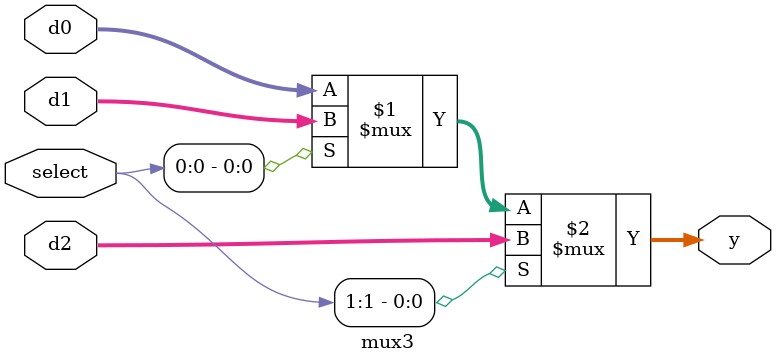
<source format=sv>
module mux3 #(parameter N = 32)(
    input   logic [1:0] select,
    input   logic [N - 1:0] d0, d1, d2, 
    output  logic [N - 1:0] y);

    assign y = select[1] ? d2 : (select[0] ? d1 : d0);
        
endmodule

</source>
